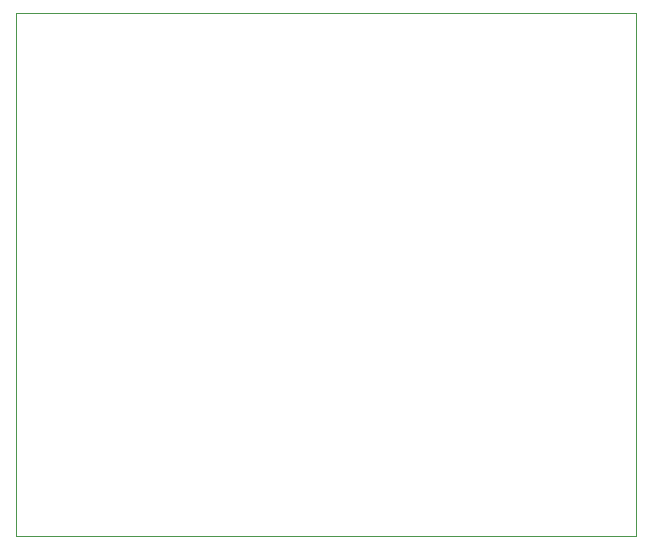
<source format=gbr>
%TF.GenerationSoftware,Altium Limited,Altium Designer,23.4.1 (23)*%
G04 Layer_Color=0*
%FSLAX45Y45*%
%MOMM*%
%TF.SameCoordinates,9E7A2767-CAA3-433B-99DA-4D56C25BF89A*%
%TF.FilePolarity,Positive*%
%TF.FileFunction,Profile,NP*%
%TF.Part,Single*%
G01*
G75*
%TA.AperFunction,Profile*%
%ADD125C,0.02540*%
D125*
X50000Y50000D02*
X5300000D01*
Y4475000D01*
X50000D01*
Y50000D01*
%TF.MD5,a8e6f212ddb6f0112d6c8b9ebf919546*%
M02*

</source>
